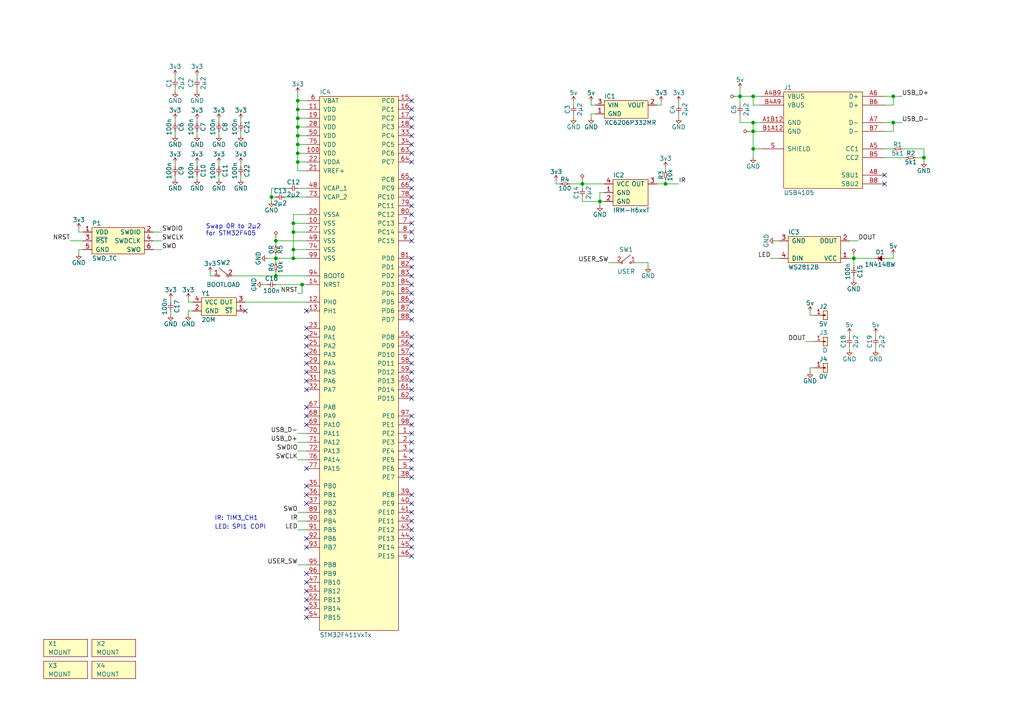
<source format=kicad_sch>
(kicad_sch (version 20230121) (generator eeschema)
  (paper "A4")
  (title_block (title "LEDEAF Driver PCB") (date "2021-05-23") (rev "1") (comment 1 "Drawn By: AG"))
  (lib_symbols
    (symbol "ael:C" (pin_numbers hide) (pin_names (offset 1.016) hide)
      (property "Reference" "C" (at 1.27 1.778 0))
      (property "Value" "C" (at 1.27 -1.778 0))
      (symbol "C_0_1"
        (polyline (pts (xy 1.016 0.762) (xy 1.016 -0.762)))
        (polyline (pts (xy 1.524 0.762) (xy 1.524 -0.762)))
      )
      (symbol "C_1_1"
        (pin passive line (at 0 0 0) (length 1.016) (name "~") (number "1"))
        (pin passive line (at 2.54 0 180) (length 1.016) (name "~") (number "2"))
      )
    )
    (symbol "ael:CONN_01x01" (pin_names (offset 0.0254) hide)
      (property "Reference" "J" (at -1.27 2.54 0))
      (property "Value" "CONN_01x01" (at -1.27 -2.54 0))
      (symbol "CONN_01x01_0_1"
        (rectangle (start 0 0.127) (end -0.635 -0.127) (fill (type outline)))
        (rectangle (start 0 1.27) (end -1.27 -1.27) (fill (type background)))
      )
      (symbol "CONN_01x01_1_1"
        (pin passive line (at 2.54 0 180) (length 2.54) (name "1") (number "1"))
      )
    )
    (symbol "ael:MCP1700" (pin_names (offset 1.016))
      (property "Reference" "IC" (at -5.08 2.54 0))
      (property "Value" "MCP1700" (at -5.08 -5.08 0))
      (symbol "MCP1700_0_1"
        (rectangle (start -5.08 1.27) (end 7.62 -3.81) (fill (type background)))
      )
      (symbol "MCP1700_1_1"
        (pin power_in line (at -7.62 -2.54 0) (length 2.54) (name "GND") (number "1"))
        (pin power_out line (at 10.16 0 180) (length 2.54) (name "VOUT") (number "2"))
        (pin power_in line (at -7.62 0 0) (length 2.54) (name "VIN") (number "3"))
      )
    )
    (symbol "ael:R" (pin_numbers hide) (pin_names (offset 1.016) hide)
      (property "Reference" "R" (at 1.27 1.27 0))
      (property "Value" "R" (at 1.27 -1.27 0))
      (symbol "R_0_1"
        (rectangle (start 0.508 0.254) (end 2.032 -0.254) (fill (type background)))
      )
      (symbol "R_1_1"
        (pin passive line (at 0 0 0) (length 0.508) (name "~") (number "1"))
        (pin passive line (at 2.54 0 180) (length 0.508) (name "~") (number "2"))
      )
    )
    (symbol "ael:TCXO_ST" (pin_names (offset 1.016))
      (property "Reference" "Y" (at -5.08 2.54 0))
      (property "Value" "TCXO_ST" (at -5.08 -5.08 0))
      (symbol "TCXO_ST_0_1"
        (rectangle (start -5.08 1.27) (end 5.08 -3.81) (fill (type background)))
      )
      (symbol "TCXO_ST_1_1"
        (pin input line (at 7.62 -2.54 180) (length 2.54) (name "~{ST}") (number "1"))
        (pin power_in line (at -7.62 -2.54 0) (length 2.54) (name "GND") (number "2"))
        (pin output line (at 7.62 0 180) (length 2.54) (name "OUT") (number "3"))
        (pin power_in line (at -7.62 0 0) (length 2.54) (name "VCC") (number "4"))
      )
    )
    (symbol "ael:WS2812B" (pin_names (offset 1.016))
      (property "Reference" "IC" (at -7.62 5.08 0))
      (property "Value" "WS2812B" (at -7.62 -5.08 0))
      (symbol "WS2812B_0_0"
        (pin power_in line (at 10.16 -2.54 180) (length 2.54) (name "VCC") (number "1"))
        (pin output line (at 10.16 2.54 180) (length 2.54) (name "DOUT") (number "2"))
        (pin power_in line (at -10.16 2.54 0) (length 2.54) (name "GND") (number "3"))
        (pin input line (at -10.16 -2.54 0) (length 2.54) (name "DIN") (number "4"))
      )
      (symbol "WS2812B_0_1"
        (rectangle (start -7.62 3.81) (end 7.62 -3.81) (fill (type background)))
      )
    )
    (symbol "agg:3v3" (power) (pin_numbers hide) (pin_names (offset 1.016) hide)
      (property "Value" "3v3" (at 0 2.286 0))
      (symbol "3v3_0_1"
        (polyline (pts (xy 0 1.27) (xy 0.508 0.508)))
        (polyline (pts (xy 0 0) (xy 0 1.27) (xy -0.508 0.508)))
      )
      (symbol "3v3_1_1"
        (pin power_in line (at 0 0 180) (length 0) hide (name "3v3") (number "1"))
      )
    )
    (symbol "agg:5v" (power) (pin_numbers hide) (pin_names (offset 1.016) hide)
      (property "Value" "5v" (at 0 2.286 0))
      (symbol "5v_0_1"
        (polyline (pts (xy 0 1.27) (xy 0.508 0.508)))
        (polyline (pts (xy 0 0) (xy 0 1.27) (xy -0.508 0.508)))
      )
      (symbol "5v_1_1"
        (pin power_in line (at 0 0 180) (length 0) hide (name "5v") (number "1"))
      )
    )
    (symbol "agg:D" (pin_numbers hide) (pin_names (offset 1.016) hide)
      (property "Reference" "D" (at 1.27 1.778 0))
      (property "Value" "D" (at 1.27 -1.778 0))
      (symbol "D_0_1"
        (polyline (pts (xy 0.762 0.762) (xy 0.762 -0.762)))
        (polyline (pts (xy 1.778 0.762) (xy 0.762 0) (xy 1.778 -0.762) (xy 1.778 0.762)) (fill (type outline)))
      )
      (symbol "D_1_1"
        (pin passive line (at 0 0 0) (length 0.762) (name "~") (number "1"))
        (pin passive line (at 2.54 0 180) (length 0.762) (name "~") (number "2"))
      )
    )
    (symbol "agg:GND" (power) (pin_numbers hide) (pin_names (offset 1.016) hide)
      (property "Value" "GND" (at 0 -2.54 0))
      (symbol "GND_0_1"
        (polyline (pts (xy 0 0) (xy 0 -0.762)))
        (polyline (pts (xy -0.762 -0.762) (xy 0.762 -0.762) (xy 0 -1.524) (xy -0.762 -0.762)) (fill (type background)))
      )
      (symbol "GND_1_1"
        (pin power_in line (at 0 0 180) (length 0) hide (name "GND") (number "1"))
      )
    )
    (symbol "agg:IRM-H6xxT" (pin_names (offset 1.016))
      (property "Reference" "IC" (at -5.08 5.08 0))
      (property "Value" "IRM-H6xxT" (at -5.08 -5.08 0))
      (symbol "IRM-H6xxT_0_0"
        (pin power_in line (at -7.62 0 0) (length 2.54) (name "GND") (number "1"))
        (pin power_in line (at -7.62 -2.54 0) (length 2.54) (name "GND") (number "2"))
        (pin output line (at 7.62 2.54 180) (length 2.54) (name "OUT") (number "3"))
        (pin power_in line (at -7.62 2.54 0) (length 2.54) (name "VCC") (number "4"))
      )
      (symbol "IRM-H6xxT_0_1"
        (rectangle (start -5.08 3.81) (end 5.08 -3.81) (fill (type background)))
      )
    )
    (symbol "agg:PART" (pin_names (offset 1.016))
      (property "Reference" "X" (at 1.27 2.54 0))
      (property "Value" "PART" (at 1.27 0 0))
      (symbol "PART_0_1"
        (rectangle (start 0 3.81) (end 12.7 -1.27) (fill (type background)))
      )
    )
    (symbol "agg:PWR" (power) (pin_numbers hide) (pin_names (offset 1.016) hide)
      (property "Value" "PWR" (at 0 2.286 0))
      (symbol "PWR_0_1"
        (polyline (pts (xy 0 0.508) (xy -0.508 1.016) (xy 0 1.524) (xy 0.508 1.016) (xy 0 0.508)) (fill (type background)))
      )
      (symbol "PWR_1_1"
        (pin power_out line (at 0 0 90) (length 0.508) (name "pwr") (number "1"))
      )
    )
    (symbol "agg:STM32F411VxTx" (pin_names (offset 1.016))
      (property "Reference" "IC" (at -11.43 78.74 0))
      (property "Value" "STM32F411VxTx" (at -11.43 -78.74 0))
      (symbol "STM32F411VxTx_0_0"
        (pin bidirectional line (at 15.24 -20.32 180) (length 3.81) (name "PE2") (number "1"))
        (pin power_in line (at -15.24 40.64 0) (length 3.81) (name "VSS") (number "10"))
        (pin power_in line (at -15.24 60.96 0) (length 3.81) (name "VDD") (number "100"))
        (pin power_in line (at -15.24 73.66 0) (length 3.81) (name "VDD") (number "11"))
        (pin bidirectional line (at -15.24 17.78 0) (length 3.81) (name "PH0") (number "12"))
        (pin bidirectional line (at -15.24 15.24 0) (length 3.81) (name "PH1") (number "13"))
        (pin input line (at -15.24 22.86 0) (length 3.81) (name "NRST") (number "14"))
        (pin bidirectional line (at 15.24 76.2 180) (length 3.81) (name "PC0") (number "15"))
        (pin bidirectional line (at 15.24 73.66 180) (length 3.81) (name "PC1") (number "16"))
        (pin bidirectional line (at 15.24 71.12 180) (length 3.81) (name "PC2") (number "17"))
        (pin bidirectional line (at 15.24 68.58 180) (length 3.81) (name "PC3") (number "18"))
        (pin power_in line (at -15.24 71.12 0) (length 3.81) (name "VDD") (number "19"))
        (pin bidirectional line (at 15.24 -22.86 180) (length 3.81) (name "PE3") (number "2"))
        (pin power_in line (at -15.24 43.18 0) (length 3.81) (name "VSSA") (number "20"))
        (pin power_in line (at -15.24 55.88 0) (length 3.81) (name "VREF+") (number "21"))
        (pin power_in line (at -15.24 58.42 0) (length 3.81) (name "VDDA") (number "22"))
        (pin bidirectional line (at -15.24 10.16 0) (length 3.81) (name "PA0") (number "23"))
        (pin bidirectional line (at -15.24 7.62 0) (length 3.81) (name "PA1") (number "24"))
        (pin bidirectional line (at -15.24 5.08 0) (length 3.81) (name "PA2") (number "25"))
        (pin bidirectional line (at -15.24 2.54 0) (length 3.81) (name "PA3") (number "26"))
        (pin power_in line (at -15.24 38.1 0) (length 3.81) (name "VSS") (number "27"))
        (pin power_in line (at -15.24 68.58 0) (length 3.81) (name "VDD") (number "28"))
        (pin bidirectional line (at -15.24 0 0) (length 3.81) (name "PA4") (number "29"))
        (pin bidirectional line (at 15.24 -25.4 180) (length 3.81) (name "PE4") (number "3"))
        (pin bidirectional line (at -15.24 -2.54 0) (length 3.81) (name "PA5") (number "30"))
        (pin bidirectional line (at -15.24 -5.08 0) (length 3.81) (name "PA6") (number "31"))
        (pin bidirectional line (at -15.24 -7.62 0) (length 3.81) (name "PA7") (number "32"))
        (pin bidirectional line (at 15.24 66.04 180) (length 3.81) (name "PC4") (number "33"))
        (pin bidirectional line (at 15.24 63.5 180) (length 3.81) (name "PC5") (number "34"))
        (pin bidirectional line (at -15.24 -35.56 0) (length 3.81) (name "PB0") (number "35"))
        (pin bidirectional line (at -15.24 -38.1 0) (length 3.81) (name "PB1") (number "36"))
        (pin bidirectional line (at -15.24 -40.64 0) (length 3.81) (name "PB2") (number "37"))
        (pin bidirectional line (at 15.24 -33.02 180) (length 3.81) (name "PE7") (number "38"))
        (pin bidirectional line (at 15.24 -38.1 180) (length 3.81) (name "PE8") (number "39"))
        (pin bidirectional line (at 15.24 -27.94 180) (length 3.81) (name "PE5") (number "4"))
        (pin bidirectional line (at 15.24 -40.64 180) (length 3.81) (name "PE9") (number "40"))
        (pin bidirectional line (at 15.24 -43.18 180) (length 3.81) (name "PE10") (number "41"))
        (pin bidirectional line (at 15.24 -45.72 180) (length 3.81) (name "PE11") (number "42"))
        (pin bidirectional line (at 15.24 -48.26 180) (length 3.81) (name "PE12") (number "43"))
        (pin bidirectional line (at 15.24 -50.8 180) (length 3.81) (name "PE13") (number "44"))
        (pin bidirectional line (at 15.24 -53.34 180) (length 3.81) (name "PE14") (number "45"))
        (pin bidirectional line (at 15.24 -55.88 180) (length 3.81) (name "PE15") (number "46"))
        (pin bidirectional line (at -15.24 -63.5 0) (length 3.81) (name "PB10") (number "47"))
        (pin passive line (at -15.24 50.8 0) (length 3.81) (name "VCAP_1") (number "48"))
        (pin power_in line (at -15.24 35.56 0) (length 3.81) (name "VSS") (number "49"))
        (pin bidirectional line (at 15.24 -30.48 180) (length 3.81) (name "PE6") (number "5"))
        (pin power_in line (at -15.24 66.04 0) (length 3.81) (name "VDD") (number "50"))
        (pin bidirectional line (at -15.24 -66.04 0) (length 3.81) (name "PB12") (number "51"))
        (pin bidirectional line (at -15.24 -68.58 0) (length 3.81) (name "PB13") (number "52"))
        (pin bidirectional line (at -15.24 -71.12 0) (length 3.81) (name "PB14") (number "53"))
        (pin bidirectional line (at -15.24 -73.66 0) (length 3.81) (name "PB15") (number "54"))
        (pin bidirectional line (at 15.24 7.62 180) (length 3.81) (name "PD8") (number "55"))
        (pin bidirectional line (at 15.24 5.08 180) (length 3.81) (name "PD9") (number "56"))
        (pin bidirectional line (at 15.24 2.54 180) (length 3.81) (name "PD10") (number "57"))
        (pin bidirectional line (at 15.24 0 180) (length 3.81) (name "PD11") (number "58"))
        (pin bidirectional line (at 15.24 -2.54 180) (length 3.81) (name "PD12") (number "59"))
        (pin power_in line (at -15.24 76.2 0) (length 3.81) (name "VBAT") (number "6"))
        (pin bidirectional line (at 15.24 -5.08 180) (length 3.81) (name "PD13") (number "60"))
        (pin bidirectional line (at 15.24 -7.62 180) (length 3.81) (name "PD14") (number "61"))
        (pin bidirectional line (at 15.24 -10.16 180) (length 3.81) (name "PD15") (number "62"))
        (pin bidirectional line (at 15.24 60.96 180) (length 3.81) (name "PC6") (number "63"))
        (pin bidirectional line (at 15.24 58.42 180) (length 3.81) (name "PC7") (number "64"))
        (pin bidirectional line (at 15.24 53.34 180) (length 3.81) (name "PC8") (number "65"))
        (pin bidirectional line (at 15.24 50.8 180) (length 3.81) (name "PC9") (number "66"))
        (pin bidirectional line (at -15.24 -12.7 0) (length 3.81) (name "PA8") (number "67"))
        (pin bidirectional line (at -15.24 -15.24 0) (length 3.81) (name "PA9") (number "68"))
        (pin bidirectional line (at -15.24 -17.78 0) (length 3.81) (name "PA10") (number "69"))
        (pin bidirectional line (at 15.24 40.64 180) (length 3.81) (name "PC13") (number "7"))
        (pin bidirectional line (at -15.24 -20.32 0) (length 3.81) (name "PA11") (number "70"))
        (pin bidirectional line (at -15.24 -22.86 0) (length 3.81) (name "PA12") (number "71"))
        (pin bidirectional line (at -15.24 -25.4 0) (length 3.81) (name "PA13") (number "72"))
        (pin passive line (at -15.24 48.26 0) (length 3.81) (name "VCAP_2") (number "73"))
        (pin power_in line (at -15.24 33.02 0) (length 3.81) (name "VSS") (number "74"))
        (pin power_in line (at -15.24 63.5 0) (length 3.81) (name "VDD") (number "75"))
        (pin bidirectional line (at -15.24 -27.94 0) (length 3.81) (name "PA14") (number "76"))
        (pin bidirectional line (at -15.24 -30.48 0) (length 3.81) (name "PA15") (number "77"))
        (pin bidirectional line (at 15.24 48.26 180) (length 3.81) (name "PC10") (number "78"))
        (pin bidirectional line (at 15.24 45.72 180) (length 3.81) (name "PC11") (number "79"))
        (pin bidirectional line (at 15.24 38.1 180) (length 3.81) (name "PC14") (number "8"))
        (pin bidirectional line (at 15.24 43.18 180) (length 3.81) (name "PC12") (number "80"))
        (pin bidirectional line (at 15.24 30.48 180) (length 3.81) (name "PD0") (number "81"))
        (pin bidirectional line (at 15.24 27.94 180) (length 3.81) (name "PD1") (number "82"))
        (pin bidirectional line (at 15.24 25.4 180) (length 3.81) (name "PD2") (number "83"))
        (pin bidirectional line (at 15.24 22.86 180) (length 3.81) (name "PD3") (number "84"))
        (pin bidirectional line (at 15.24 20.32 180) (length 3.81) (name "PD4") (number "85"))
        (pin bidirectional line (at 15.24 17.78 180) (length 3.81) (name "PD5") (number "86"))
        (pin bidirectional line (at 15.24 15.24 180) (length 3.81) (name "PD6") (number "87"))
        (pin bidirectional line (at 15.24 12.7 180) (length 3.81) (name "PD7") (number "88"))
        (pin bidirectional line (at -15.24 -43.18 0) (length 3.81) (name "PB3") (number "89"))
        (pin bidirectional line (at 15.24 35.56 180) (length 3.81) (name "PC15") (number "9"))
        (pin bidirectional line (at -15.24 -45.72 0) (length 3.81) (name "PB4") (number "90"))
        (pin bidirectional line (at -15.24 -48.26 0) (length 3.81) (name "PB5") (number "91"))
        (pin bidirectional line (at -15.24 -50.8 0) (length 3.81) (name "PB6") (number "92"))
        (pin bidirectional line (at -15.24 -53.34 0) (length 3.81) (name "PB7") (number "93"))
        (pin input line (at -15.24 25.4 0) (length 3.81) (name "BOOT0") (number "94"))
        (pin bidirectional line (at -15.24 -58.42 0) (length 3.81) (name "PB8") (number "95"))
        (pin bidirectional line (at -15.24 -60.96 0) (length 3.81) (name "PB9") (number "96"))
        (pin bidirectional line (at 15.24 -15.24 180) (length 3.81) (name "PE0") (number "97"))
        (pin bidirectional line (at 15.24 -17.78 180) (length 3.81) (name "PE1") (number "98"))
        (pin power_in line (at -15.24 30.48 0) (length 3.81) (name "VSS") (number "99"))
      )
      (symbol "STM32F411VxTx_0_1"
        (rectangle (start -11.43 77.47) (end 11.43 -77.47) (fill (type background)))
      )
    )
    (symbol "agg:SWD_TC" (pin_names (offset 1.016))
      (property "Reference" "P" (at -7.62 5.08 0))
      (property "Value" "SWD_TC" (at -7.62 -5.08 0))
      (symbol "SWD_TC_0_1"
        (rectangle (start -7.62 3.81) (end 7.62 -3.81) (fill (type background)))
      )
      (symbol "SWD_TC_1_1"
        (pin power_in line (at -10.16 2.54 0) (length 2.54) (name "VDD") (number "1"))
        (pin bidirectional line (at 10.16 2.54 180) (length 2.54) (name "SWDIO") (number "2"))
        (pin open_collector line (at -10.16 0 0) (length 2.54) (name "~{RST}") (number "3"))
        (pin output line (at 10.16 0 180) (length 2.54) (name "SWDCLK") (number "4"))
        (pin power_in line (at -10.16 -2.54 0) (length 2.54) (name "GND") (number "5"))
        (pin input line (at 10.16 -2.54 180) (length 2.54) (name "SWO") (number "6"))
      )
    )
    (symbol "agg:SWITCH_SPST" (pin_names (offset 0.0254) hide)
      (property "Reference" "SW" (at 0 3.81 0))
      (property "Value" "SWITCH_SPST" (at 0 -2.54 0))
      (symbol "SWITCH_SPST_1_1"
        (circle (center -1.27 0) (radius 0.254))
        (polyline (pts (xy -1.27 0.254) (xy 1.27 2.286)))
        (circle (center 1.27 0) (radius 0.254))
        (pin passive line (at 2.54 0 180) (length 1.016) (name "\"~{\"}") (number "1"))
        (pin passive line (at -2.54 0 0) (length 1.016) (name "\"~{\"}") (number "2"))
      )
    )
    (symbol "agg:USB4105" (pin_names (offset 1.016))
      (property "Reference" "J" (at -11.43 15.24 0))
      (property "Value" "USB4105" (at -11.43 -15.24 0))
      (symbol "USB4105_0_0"
        (pin passive line (at -17.78 5.08 0) (length 6.35) (name "GND") (number "A1B12"))
        (pin passive line (at -17.78 12.7 0) (length 6.35) (name "VBUS") (number "A4B9"))
        (pin passive line (at 17.78 -2.54 180) (length 6.35) (name "CC1") (number "A5"))
        (pin passive line (at 17.78 12.7 180) (length 6.35) (name "D+") (number "A6"))
        (pin passive line (at 17.78 5.08 180) (length 6.35) (name "D-") (number "A7"))
        (pin passive line (at 17.78 -10.16 180) (length 6.35) (name "SBU1") (number "A8"))
        (pin passive line (at -17.78 2.54 0) (length 6.35) (name "GND") (number "B1A12"))
        (pin passive line (at -17.78 10.16 0) (length 6.35) (name "VBUS") (number "B4A9"))
        (pin passive line (at 17.78 -5.08 180) (length 6.35) (name "CC2") (number "B5"))
        (pin passive line (at 17.78 10.16 180) (length 6.35) (name "D+") (number "B6"))
        (pin passive line (at 17.78 2.54 180) (length 6.35) (name "D-") (number "B7"))
        (pin passive line (at 17.78 -12.7 180) (length 6.35) (name "SBU2") (number "B8"))
        (pin passive line (at -17.78 -2.54 0) (length 6.35) (name "SHIELD") (number "S"))
      )
      (symbol "USB4105_0_1"
        (rectangle (start -11.43 13.97) (end 11.43 -13.97) (fill (type background)))
      )
    )
  )
  (junction (at 267.97 45.72) (diameter 0.9144))
  (junction (at 78.74 57.15) (diameter 0.9144))
  (junction (at 80.01 80.01) (diameter 0.9144))
  (junction (at 85.09 67.31) (diameter 0.9144))
  (junction (at 86.36 36.83) (diameter 0.9144))
  (junction (at 86.36 39.37) (diameter 0.9144))
  (junction (at 85.09 72.39) (diameter 0.9144))
  (junction (at 80.01 69.85) (diameter 0.9144))
  (junction (at 259.08 35.56) (diameter 0.9144))
  (junction (at 85.09 64.77) (diameter 0.9144))
  (junction (at 86.36 31.75) (diameter 0.9144))
  (junction (at 247.65 74.93) (diameter 0.9144))
  (junction (at 86.36 41.91) (diameter 0.9144))
  (junction (at 86.36 44.45) (diameter 0.9144))
  (junction (at 173.99 58.42) (diameter 0.9144))
  (junction (at 80.01 74.93) (diameter 0.9144))
  (junction (at 218.44 38.1) (diameter 0.9144))
  (junction (at 218.44 27.94) (diameter 0.9144))
  (junction (at 214.63 27.94) (diameter 0.9144))
  (junction (at 86.36 34.29) (diameter 0.9144))
  (junction (at 259.08 27.94) (diameter 0.9144))
  (junction (at 168.91 53.34) (diameter 0.9144))
  (junction (at 218.44 35.56) (diameter 0.9144))
  (junction (at 218.44 43.18) (diameter 0.9144))
  (junction (at 193.04 53.34) (diameter 0.9144))
  (junction (at 85.09 74.93) (diameter 0.9144))
  (junction (at 86.36 29.21) (diameter 0.9144))
  (junction (at 86.36 46.99) (diameter 0.9144))
  (junction (at 87.63 82.55) (diameter 0.9144))
  (no_connect (at 88.9 179.07))
  (no_connect (at 119.38 97.79))
  (no_connect (at 88.9 102.87))
  (no_connect (at 88.9 105.41))
  (no_connect (at 88.9 107.95))
  (no_connect (at 88.9 110.49))
  (no_connect (at 88.9 113.03))
  (no_connect (at 88.9 120.65))
  (no_connect (at 88.9 123.19))
  (no_connect (at 88.9 135.89))
  (no_connect (at 88.9 140.97))
  (no_connect (at 88.9 143.51))
  (no_connect (at 88.9 146.05))
  (no_connect (at 88.9 90.17))
  (no_connect (at 88.9 168.91))
  (no_connect (at 119.38 153.67))
  (no_connect (at 119.38 59.69))
  (no_connect (at 119.38 113.03))
  (no_connect (at 119.38 146.05))
  (no_connect (at 119.38 102.87))
  (no_connect (at 119.38 110.49))
  (no_connect (at 71.12 90.17))
  (no_connect (at 119.38 125.73))
  (no_connect (at 119.38 69.85))
  (no_connect (at 119.38 74.93))
  (no_connect (at 256.54 53.34))
  (no_connect (at 119.38 80.01))
  (no_connect (at 88.9 173.99))
  (no_connect (at 119.38 31.75))
  (no_connect (at 119.38 67.31))
  (no_connect (at 119.38 90.17))
  (no_connect (at 119.38 158.75))
  (no_connect (at 119.38 39.37))
  (no_connect (at 119.38 57.15))
  (no_connect (at 119.38 156.21))
  (no_connect (at 119.38 46.99))
  (no_connect (at 119.38 120.65))
  (no_connect (at 88.9 97.79))
  (no_connect (at 119.38 92.71))
  (no_connect (at 88.9 118.11))
  (no_connect (at 119.38 100.33))
  (no_connect (at 119.38 87.63))
  (no_connect (at 119.38 36.83))
  (no_connect (at 88.9 95.25))
  (no_connect (at 88.9 156.21))
  (no_connect (at 88.9 158.75))
  (no_connect (at 119.38 128.27))
  (no_connect (at 119.38 62.23))
  (no_connect (at 119.38 34.29))
  (no_connect (at 88.9 176.53))
  (no_connect (at 88.9 166.37))
  (no_connect (at 119.38 151.13))
  (no_connect (at 119.38 52.07))
  (no_connect (at 256.54 50.8))
  (no_connect (at 119.38 105.41))
  (no_connect (at 119.38 107.95))
  (no_connect (at 119.38 64.77))
  (no_connect (at 119.38 130.81))
  (no_connect (at 119.38 161.29))
  (no_connect (at 88.9 171.45))
  (no_connect (at 119.38 135.89))
  (no_connect (at 119.38 77.47))
  (no_connect (at 119.38 123.19))
  (no_connect (at 119.38 133.35))
  (no_connect (at 119.38 82.55))
  (no_connect (at 88.9 100.33))
  (no_connect (at 119.38 54.61))
  (no_connect (at 119.38 85.09))
  (no_connect (at 119.38 41.91))
  (no_connect (at 119.38 44.45))
  (no_connect (at 119.38 138.43))
  (no_connect (at 119.38 143.51))
  (no_connect (at 119.38 115.57))
  (no_connect (at 119.38 148.59))
  (no_connect (at 119.38 29.21))
  (wire (pts (xy 247.65 73.66) (xy 247.65 74.93)))
  (wire (pts (xy 80.01 74.93) (xy 80.01 76.2)))
  (wire (pts (xy 86.36 41.91) (xy 88.9 41.91)))
  (wire (pts (xy 57.15 38.1) (xy 57.15 39.37)))
  (wire (pts (xy 69.85 50.8) (xy 69.85 52.07)))
  (wire (pts (xy 196.85 33.02) (xy 196.85 34.29)))
  (wire (pts (xy 256.54 35.56) (xy 259.08 35.56)))
  (wire (pts (xy 259.08 35.56) (xy 261.62 35.56)))
  (wire (pts (xy 22.86 72.39) (xy 24.13 72.39)))
  (wire (pts (xy 22.86 73.66) (xy 22.86 72.39)))
  (wire (pts (xy 218.44 30.48) (xy 218.44 27.94)))
  (wire (pts (xy 220.98 30.48) (xy 218.44 30.48)))
  (wire (pts (xy 86.36 153.67) (xy 88.9 153.67)))
  (wire (pts (xy 60.96 78.74) (xy 60.96 80.01)))
  (wire (pts (xy 60.96 80.01) (xy 62.23 80.01)))
  (wire (pts (xy 78.74 54.61) (xy 83.82 54.61)))
  (wire (pts (xy 78.74 57.15) (xy 78.74 54.61)))
  (wire (pts (xy 86.36 29.21) (xy 88.9 29.21)))
  (wire (pts (xy 85.09 62.23) (xy 85.09 64.77)))
  (wire (pts (xy 88.9 62.23) (xy 85.09 62.23)))
  (wire (pts (xy 86.36 151.13) (xy 88.9 151.13)))
  (wire (pts (xy 168.91 57.15) (xy 168.91 58.42)))
  (wire (pts (xy 168.91 58.42) (xy 173.99 58.42)))
  (wire (pts (xy 50.8 50.8) (xy 50.8 52.07)))
  (wire (pts (xy 247.65 80.01) (xy 247.65 81.28)))
  (wire (pts (xy 193.04 48.26) (xy 193.04 49.53)))
  (wire (pts (xy 76.2 82.55) (xy 77.47 82.55)))
  (wire (pts (xy 86.36 26.67) (xy 86.36 29.21)))
  (wire (pts (xy 86.36 29.21) (xy 86.36 31.75)))
  (wire (pts (xy 86.36 31.75) (xy 86.36 34.29)))
  (wire (pts (xy 86.36 34.29) (xy 86.36 36.83)))
  (wire (pts (xy 86.36 36.83) (xy 86.36 39.37)))
  (wire (pts (xy 86.36 39.37) (xy 86.36 41.91)))
  (wire (pts (xy 86.36 41.91) (xy 86.36 44.45)))
  (wire (pts (xy 86.36 44.45) (xy 86.36 46.99)))
  (wire (pts (xy 86.36 46.99) (xy 86.36 49.53)))
  (wire (pts (xy 86.36 49.53) (xy 88.9 49.53)))
  (wire (pts (xy 78.74 57.15) (xy 80.01 57.15)))
  (wire (pts (xy 78.74 58.42) (xy 78.74 57.15)))
  (wire (pts (xy 234.95 106.68) (xy 236.22 106.68)))
  (wire (pts (xy 234.95 107.95) (xy 234.95 106.68)))
  (wire (pts (xy 49.53 86.36) (xy 49.53 87.63)))
  (wire (pts (xy 86.36 39.37) (xy 88.9 39.37)))
  (wire (pts (xy 246.38 100.33) (xy 246.38 101.6)))
  (wire (pts (xy 54.61 86.36) (xy 54.61 87.63)))
  (wire (pts (xy 54.61 87.63) (xy 55.88 87.63)))
  (wire (pts (xy 256.54 27.94) (xy 259.08 27.94)))
  (wire (pts (xy 259.08 27.94) (xy 261.62 27.94)))
  (wire (pts (xy 57.15 34.29) (xy 57.15 35.56)))
  (wire (pts (xy 254 96.52) (xy 254 97.79)))
  (wire (pts (xy 86.36 130.81) (xy 88.9 130.81)))
  (wire (pts (xy 218.44 38.1) (xy 220.98 38.1)))
  (wire (pts (xy 234.95 90.17) (xy 234.95 91.44)))
  (wire (pts (xy 234.95 91.44) (xy 236.22 91.44)))
  (wire (pts (xy 233.68 99.06) (xy 236.22 99.06)))
  (wire (pts (xy 196.85 29.21) (xy 196.85 30.48)))
  (wire (pts (xy 86.36 44.45) (xy 88.9 44.45)))
  (wire (pts (xy 80.01 73.66) (xy 80.01 74.93)))
  (wire (pts (xy 80.01 74.93) (xy 85.09 74.93)))
  (wire (pts (xy 20.32 69.85) (xy 24.13 69.85)))
  (wire (pts (xy 246.38 74.93) (xy 247.65 74.93)))
  (wire (pts (xy 247.65 74.93) (xy 254 74.93)))
  (wire (pts (xy 256.54 45.72) (xy 262.89 45.72)))
  (wire (pts (xy 77.47 74.93) (xy 80.01 74.93)))
  (wire (pts (xy 86.36 46.99) (xy 88.9 46.99)))
  (wire (pts (xy 50.8 38.1) (xy 50.8 39.37)))
  (wire (pts (xy 63.5 34.29) (xy 63.5 35.56)))
  (wire (pts (xy 57.15 50.8) (xy 57.15 52.07)))
  (wire (pts (xy 265.43 45.72) (xy 267.97 45.72)))
  (wire (pts (xy 267.97 45.72) (xy 267.97 46.99)))
  (wire (pts (xy 71.12 87.63) (xy 88.9 87.63)))
  (wire (pts (xy 218.44 35.56) (xy 220.98 35.56)))
  (wire (pts (xy 218.44 38.1) (xy 218.44 35.56)))
  (wire (pts (xy 218.44 43.18) (xy 218.44 38.1)))
  (wire (pts (xy 184.15 76.2) (xy 187.96 76.2)))
  (wire (pts (xy 187.96 76.2) (xy 187.96 77.47)))
  (wire (pts (xy 86.36 34.29) (xy 88.9 34.29)))
  (wire (pts (xy 86.36 163.83) (xy 88.9 163.83)))
  (wire (pts (xy 214.63 25.4) (xy 214.63 27.94)))
  (wire (pts (xy 261.62 43.18) (xy 267.97 43.18)))
  (wire (pts (xy 267.97 43.18) (xy 267.97 45.72)))
  (wire (pts (xy 69.85 38.1) (xy 69.85 39.37)))
  (wire (pts (xy 168.91 53.34) (xy 175.26 53.34)))
  (wire (pts (xy 168.91 54.61) (xy 168.91 53.34)))
  (wire (pts (xy 191.77 29.21) (xy 191.77 30.48)))
  (wire (pts (xy 191.77 30.48) (xy 190.5 30.48)))
  (wire (pts (xy 161.29 52.07) (xy 161.29 53.34)))
  (wire (pts (xy 161.29 53.34) (xy 162.56 53.34)))
  (wire (pts (xy 171.45 29.21) (xy 171.45 30.48)))
  (wire (pts (xy 171.45 30.48) (xy 172.72 30.48)))
  (wire (pts (xy 57.15 21.59) (xy 57.15 22.86)))
  (wire (pts (xy 50.8 25.4) (xy 50.8 26.67)))
  (wire (pts (xy 86.36 128.27) (xy 88.9 128.27)))
  (wire (pts (xy 86.36 148.59) (xy 88.9 148.59)))
  (wire (pts (xy 246.38 69.85) (xy 248.92 69.85)))
  (wire (pts (xy 171.45 33.02) (xy 172.72 33.02)))
  (wire (pts (xy 86.36 133.35) (xy 88.9 133.35)))
  (wire (pts (xy 86.36 125.73) (xy 88.9 125.73)))
  (wire (pts (xy 50.8 46.99) (xy 50.8 48.26)))
  (wire (pts (xy 80.01 82.55) (xy 87.63 82.55)))
  (wire (pts (xy 87.63 82.55) (xy 88.9 82.55)))
  (wire (pts (xy 80.01 69.85) (xy 80.01 71.12)))
  (wire (pts (xy 88.9 69.85) (xy 80.01 69.85)))
  (wire (pts (xy 85.09 64.77) (xy 85.09 67.31)))
  (wire (pts (xy 88.9 64.77) (xy 85.09 64.77)))
  (wire (pts (xy 63.5 38.1) (xy 63.5 39.37)))
  (wire (pts (xy 223.52 74.93) (xy 226.06 74.93)))
  (wire (pts (xy 171.45 33.02) (xy 171.45 34.29)))
  (wire (pts (xy 86.36 54.61) (xy 88.9 54.61)))
  (wire (pts (xy 85.09 74.93) (xy 88.9 74.93)))
  (wire (pts (xy 44.45 67.31) (xy 46.99 67.31)))
  (wire (pts (xy 246.38 96.52) (xy 246.38 97.79)))
  (wire (pts (xy 69.85 46.99) (xy 69.85 48.26)))
  (wire (pts (xy 85.09 72.39) (xy 88.9 72.39)))
  (wire (pts (xy 85.09 74.93) (xy 85.09 72.39)))
  (wire (pts (xy 57.15 46.99) (xy 57.15 48.26)))
  (wire (pts (xy 57.15 25.4) (xy 57.15 26.67)))
  (wire (pts (xy 82.55 57.15) (xy 88.9 57.15)))
  (wire (pts (xy 86.36 31.75) (xy 88.9 31.75)))
  (wire (pts (xy 63.5 46.99) (xy 63.5 48.26)))
  (wire (pts (xy 256.54 30.48) (xy 259.08 30.48)))
  (wire (pts (xy 259.08 27.94) (xy 259.08 30.48)))
  (wire (pts (xy 176.53 76.2) (xy 179.07 76.2)))
  (wire (pts (xy 44.45 72.39) (xy 46.99 72.39)))
  (wire (pts (xy 22.86 66.04) (xy 22.86 67.31)))
  (wire (pts (xy 22.86 67.31) (xy 24.13 67.31)))
  (wire (pts (xy 69.85 34.29) (xy 69.85 35.56)))
  (wire (pts (xy 166.37 29.21) (xy 166.37 30.48)))
  (wire (pts (xy 256.54 74.93) (xy 259.08 74.93)))
  (wire (pts (xy 259.08 74.93) (xy 259.08 73.66)))
  (wire (pts (xy 218.44 43.18) (xy 220.98 43.18)))
  (wire (pts (xy 218.44 45.72) (xy 218.44 43.18)))
  (wire (pts (xy 190.5 53.34) (xy 193.04 53.34)))
  (wire (pts (xy 193.04 53.34) (xy 196.85 53.34)))
  (wire (pts (xy 214.63 27.94) (xy 218.44 27.94)))
  (wire (pts (xy 218.44 27.94) (xy 220.98 27.94)))
  (wire (pts (xy 168.91 52.07) (xy 168.91 53.34)))
  (wire (pts (xy 67.31 80.01) (xy 80.01 80.01)))
  (wire (pts (xy 80.01 80.01) (xy 88.9 80.01)))
  (wire (pts (xy 80.01 68.58) (xy 80.01 69.85)))
  (wire (pts (xy 254 100.33) (xy 254 101.6)))
  (wire (pts (xy 256.54 38.1) (xy 259.08 38.1)))
  (wire (pts (xy 259.08 38.1) (xy 259.08 35.56)))
  (wire (pts (xy 49.53 90.17) (xy 49.53 91.44)))
  (wire (pts (xy 213.36 27.94) (xy 214.63 27.94)))
  (wire (pts (xy 50.8 34.29) (xy 50.8 35.56)))
  (wire (pts (xy 63.5 50.8) (xy 63.5 52.07)))
  (wire (pts (xy 85.09 67.31) (xy 85.09 72.39)))
  (wire (pts (xy 88.9 67.31) (xy 85.09 67.31)))
  (wire (pts (xy 224.79 69.85) (xy 226.06 69.85)))
  (wire (pts (xy 214.63 27.94) (xy 214.63 30.48)))
  (wire (pts (xy 173.99 55.88) (xy 175.26 55.88)))
  (wire (pts (xy 173.99 58.42) (xy 173.99 55.88)))
  (wire (pts (xy 173.99 59.69) (xy 173.99 58.42)))
  (wire (pts (xy 44.45 69.85) (xy 46.99 69.85)))
  (wire (pts (xy 193.04 52.07) (xy 193.04 53.34)))
  (wire (pts (xy 50.8 21.59) (xy 50.8 22.86)))
  (wire (pts (xy 256.54 43.18) (xy 259.08 43.18)))
  (wire (pts (xy 166.37 33.02) (xy 166.37 34.29)))
  (wire (pts (xy 173.99 58.42) (xy 175.26 58.42)))
  (wire (pts (xy 54.61 90.17) (xy 55.88 90.17)))
  (wire (pts (xy 54.61 91.44) (xy 54.61 90.17)))
  (wire (pts (xy 86.36 36.83) (xy 88.9 36.83)))
  (wire (pts (xy 86.36 85.09) (xy 87.63 85.09)))
  (wire (pts (xy 87.63 82.55) (xy 87.63 85.09)))
  (wire (pts (xy 247.65 74.93) (xy 247.65 77.47)))
  (wire (pts (xy 80.01 78.74) (xy 80.01 80.01)))
  (wire (pts (xy 165.1 53.34) (xy 168.91 53.34)))
  (wire (pts (xy 214.63 33.02) (xy 214.63 35.56)))
  (wire (pts (xy 214.63 35.56) (xy 218.44 35.56)))
  (wire (pts (xy 217.17 38.1) (xy 218.44 38.1)))
  (text "IR: TIM3_CH1" (at 62.23 151.13 0) (effects (font (size 1.27 1.27)) (justify left bottom)))
  (text "LED: SPI1 COPI" (at 62.23 153.67 0) (effects (font (size 1.27 1.27)) (justify left bottom)))
  (text "Swap 0R to 2µ2\nfor STM32F405" (at 59.69 68.58 0) (effects (font (size 1.27 1.27)) (justify left bottom)))
  (label "USB_D-" (at 261.62 35.56 0))
  (label "USER_SW" (at 86.36 163.83 180))
  (label "SWCLK" (at 46.99 69.85 0))
  (label "LED" (at 223.52 74.93 180))
  (label "USB_D-" (at 86.36 125.73 180))
  (label "SWDIO" (at 86.36 130.81 180))
  (label "USB_D+" (at 86.36 128.27 180))
  (label "SWCLK" (at 86.36 133.35 180))
  (label "DOUT" (at 233.68 99.06 180))
  (label "LED" (at 86.36 153.67 180))
  (label "NRST" (at 20.32 69.85 180))
  (label "IR" (at 86.36 151.13 180))
  (label "USER_SW" (at 176.53 76.2 180))
  (label "SWO" (at 46.99 72.39 0))
  (label "SWO" (at 86.36 148.59 180))
  (label "DOUT" (at 248.92 69.85 0))
  (label "IR" (at 196.85 53.34 0))
  (label "SWDIO" (at 46.99 67.31 0))
  (label "USB_D+" (at 261.62 27.94 0))
  (label "NRST" (at 86.36 85.09 180))
  (symbol (lib_id "agg:GND") (at 69.85 52.07 0) (unit 1)
    (property "Reference" "#PWR057" (effects hide))
    (property "Value" "GND" (at 69.85 54.61 0))
  )
  (symbol (lib_id "agg:GND") (at 234.95 107.95 0) (unit 1)
    (property "Reference" "#PWR053" (effects hide))
    (property "Value" "GND" (at 234.95 110.49 0))
  )
  (symbol (lib_id "ael:C") (at 69.85 35.56 270) (unit 1)
    (property "Reference" "C21" (at 71.628 36.83 0))
    (property "Value" "100n" (at 68.072 36.83 0))
    (property "Footprint" "agg:0402" (effects hide))
    (property "LCSC" "C1525" (effects hide))
  )
  (symbol (lib_id "agg:GND") (at 77.47 74.93 270) (unit 1)
    (property "Reference" "#PWR036" (effects hide))
    (property "Value" "GND" (at 74.93 74.93 0))
  )
  (symbol (lib_id "ael:C") (at 49.53 87.63 270) (unit 1)
    (property "Reference" "C17" (at 51.308 88.9 0))
    (property "Value" "100n" (at 47.752 88.9 0))
    (property "Footprint" "agg:0402" (effects hide))
    (property "LCSC" "C1525" (effects hide))
  )
  (symbol (lib_id "agg:GND") (at 50.8 52.07 0) (unit 1)
    (property "Reference" "#PWR026" (effects hide))
    (property "Value" "GND" (at 50.8 54.61 0))
  )
  (symbol (lib_id "ael:C") (at 50.8 48.26 270) (unit 1)
    (property "Reference" "C9" (at 52.578 49.53 0))
    (property "Value" "100n" (at 49.022 49.53 0))
    (property "Footprint" "agg:0402" (effects hide))
    (property "LCSC" "C1525" (effects hide))
  )
  (symbol (lib_id "agg:GND") (at 173.99 59.69 0) (unit 1)
    (property "Reference" "#PWR031" (effects hide))
    (property "Value" "GND" (at 173.99 62.23 0))
  )
  (symbol (lib_id "agg:IRM-H6xxT") (at 182.88 55.88 0) (unit 1)
    (property "Reference" "IC2" (at 177.8 50.8 0) (effects (justify left)))
    (property "Value" "IRM-H6xxT" (at 177.8 60.96 0) (effects (justify left)))
    (property "Footprint" "agg:IRM-H6XXT" (effects hide))
    (property "Datasheet" "https://datasheet.lcsc.com/szlcsc/2010221806_Everlight-Elec-IRM-H638T-TR2-DX_C390031.pdf" (effects hide))
    (property "LCSC" "C390031" (effects hide))
  )
  (symbol (lib_id "agg:5v") (at 254 96.52 0) (unit 1)
    (property "Reference" "#PWR048" (effects hide))
    (property "Value" "5v" (at 254 94.234 0))
  )
  (symbol (lib_id "agg:GND") (at 224.79 69.85 270) (unit 1)
    (property "Reference" "#PWR033" (effects hide))
    (property "Value" "GND" (at 222.25 69.85 0))
  )
  (symbol (lib_id "ael:MCP1700") (at 180.34 30.48 0) (unit 1)
    (property "Reference" "IC1" (at 175.26 27.94 0) (effects (justify left)))
    (property "Value" "XC6206P332MR" (at 175.26 35.56 0) (effects (justify left)))
    (property "Footprint" "ael:SOT-23" (effects hide))
    (property "Datasheet" "https://datasheet.lcsc.com/szlcsc/Torex-Semicon-XC6206P332MR_C5446.pdf" (effects hide))
    (property "LCSC" "C5446" (effects hide))
  )
  (symbol (lib_id "agg:GND") (at 76.2 82.55 270) (unit 1)
    (property "Reference" "#PWR040" (effects hide))
    (property "Value" "GND" (at 73.66 82.55 0))
  )
  (symbol (lib_id "agg:PWR") (at 80.01 68.58 0) (unit 1)
    (property "Reference" "#FLG0101" (effects hide))
    (property "Value" "PWR" (effects hide))
  )
  (symbol (lib_id "agg:PART") (at 26.67 195.58 0) (unit 1) (in_bom no)
    (property "Reference" "X4" (at 27.94 193.04 0) (effects (justify left)))
    (property "Value" "MOUNT" (at 27.94 195.58 0) (effects (justify left)))
    (property "Footprint" "agg:M3_HOLE" (effects hide))
  )
  (symbol (lib_id "agg:PWR") (at 168.91 52.07 0) (unit 1)
    (property "Reference" "#FLG03" (effects hide))
    (property "Value" "PWR" (effects hide))
  )
  (symbol (lib_id "ael:C") (at 166.37 33.02 90) (unit 1)
    (property "Reference" "C3" (at 164.592 31.75 0))
    (property "Value" "2µ2" (at 168.148 31.75 0))
    (property "Footprint" "agg:0603" (effects hide))
    (property "LCSC" "C23630" (effects hide))
  )
  (symbol (lib_id "agg:3v3") (at 57.15 34.29 0) (unit 1)
    (property "Reference" "#PWR012" (effects hide))
    (property "Value" "3v3" (at 57.15 32.004 0))
  )
  (symbol (lib_id "agg:3v3") (at 57.15 46.99 0) (unit 1)
    (property "Reference" "#PWR022" (effects hide))
    (property "Value" "3v3" (at 57.15 44.704 0))
  )
  (symbol (lib_id "agg:3v3") (at 86.36 26.67 0) (unit 1)
    (property "Reference" "#PWR06" (effects hide))
    (property "Value" "3v3" (at 86.36 24.384 0))
  )
  (symbol (lib_id "ael:C") (at 214.63 33.02 90) (unit 1)
    (property "Reference" "C5" (at 212.852 31.75 0))
    (property "Value" "2µ2" (at 216.408 31.75 0))
    (property "Footprint" "agg:0603" (effects hide))
    (property "LCSC" "C23630" (effects hide))
  )
  (symbol (lib_id "agg:GND") (at 254 101.6 0) (unit 1)
    (property "Reference" "#PWR051" (effects hide))
    (property "Value" "GND" (at 254 104.14 0))
  )
  (symbol (lib_id "agg:3v3") (at 49.53 86.36 0) (unit 1)
    (property "Reference" "#PWR041" (effects hide))
    (property "Value" "3v3" (at 49.53 84.074 0))
  )
  (symbol (lib_id "agg:SWITCH_SPST") (at 181.61 76.2 0) (unit 1)
    (property "Reference" "SW1" (at 181.61 72.39 0))
    (property "Value" "USER" (at 181.61 78.74 0))
    (property "Footprint" "agg:SW_MOM_6X6" (effects hide))
    (property "LCSC" "C127509" (effects hide))
  )
  (symbol (lib_id "ael:R") (at 262.89 45.72 0) (unit 1)
    (property "Reference" "R2" (at 264.16 44.45 0))
    (property "Value" "5k1" (at 264.16 46.99 0))
    (property "Footprint" "agg:0402" (effects hide))
    (property "LCSC" "C25905" (effects hide))
  )
  (symbol (lib_id "ael:TCXO_ST") (at 63.5 87.63 0) (unit 1)
    (property "Reference" "Y1" (at 58.42 85.09 0) (effects (justify left)))
    (property "Value" "20M" (at 58.42 92.71 0) (effects (justify left)))
    (property "Footprint" "ael:XO-32x25" (effects hide))
    (property "Datasheet" "https://datasheet.lcsc.com/lcsc/1810161220_Seiko-Epson-Q33310F70051500_C32529.pdf" (effects hide))
    (property "LCSC" "C32529" (effects hide))
  )
  (symbol (lib_id "ael:R") (at 80.01 71.12 270) (unit 1)
    (property "Reference" "R5" (at 81.28 72.39 0))
    (property "Value" "0R" (at 78.74 72.39 0))
    (property "Footprint" "agg:0603" (effects hide))
    (property "LCSC" "C21189" (effects hide))
  )
  (symbol (lib_id "agg:PWR") (at 247.65 73.66 0) (unit 1)
    (property "Reference" "#FLG04" (effects hide))
    (property "Value" "PWR" (effects hide))
  )
  (symbol (lib_id "agg:3v3") (at 22.86 66.04 0) (unit 1)
    (property "Reference" "#PWR032" (effects hide))
    (property "Value" "3v3" (at 22.86 63.754 0))
  )
  (symbol (lib_id "agg:GND") (at 49.53 91.44 0) (unit 1)
    (property "Reference" "#PWR044" (effects hide))
    (property "Value" "GND" (at 49.53 93.98 0))
  )
  (symbol (lib_id "agg:PWR") (at 217.17 38.1 90) (unit 1)
    (property "Reference" "#FLG02" (effects hide))
    (property "Value" "PWR" (effects hide))
  )
  (symbol (lib_id "agg:GND") (at 57.15 52.07 0) (unit 1)
    (property "Reference" "#PWR027" (effects hide))
    (property "Value" "GND" (at 57.15 54.61 0))
  )
  (symbol (lib_id "agg:5v") (at 246.38 96.52 0) (unit 1)
    (property "Reference" "#PWR047" (effects hide))
    (property "Value" "5v" (at 246.38 94.234 0))
  )
  (symbol (lib_id "ael:C") (at 168.91 57.15 90) (unit 1)
    (property "Reference" "C14" (at 167.132 55.88 0))
    (property "Value" "2µ2" (at 170.688 55.88 0))
    (property "Footprint" "agg:0603" (effects hide))
    (property "LCSC" "C23630" (effects hide))
  )
  (symbol (lib_id "ael:C") (at 254 100.33 90) (unit 1)
    (property "Reference" "C19" (at 252.222 99.06 0))
    (property "Value" "2µ2" (at 255.778 99.06 0))
    (property "Footprint" "agg:0603" (effects hide))
    (property "LCSC" "C23630" (effects hide))
  )
  (symbol (lib_id "agg:3v3") (at 191.77 29.21 0) (unit 1)
    (property "Reference" "#PWR09" (effects hide))
    (property "Value" "3v3" (at 191.77 26.924 0))
  )
  (symbol (lib_id "ael:CONN_01x01") (at 238.76 99.06 0) (mirror y) (unit 1) (in_bom no)
    (property "Reference" "J3" (at 240.03 96.52 0) (effects (justify left)))
    (property "Value" "D" (at 240.03 101.6 0) (effects (justify left)))
    (property "Footprint" "agg:M2_PTH" (effects hide))
  )
  (symbol (lib_id "agg:GND") (at 166.37 34.29 0) (unit 1)
    (property "Reference" "#PWR014" (effects hide))
    (property "Value" "GND" (at 166.37 36.83 0))
  )
  (symbol (lib_id "agg:3v3") (at 69.85 46.99 0) (unit 1)
    (property "Reference" "#PWR056" (effects hide))
    (property "Value" "3v3" (at 69.85 44.704 0))
  )
  (symbol (lib_id "agg:3v3") (at 60.96 78.74 0) (unit 1)
    (property "Reference" "#PWR038" (effects hide))
    (property "Value" "3v3" (at 60.96 76.454 0))
  )
  (symbol (lib_id "agg:5v") (at 234.95 90.17 0) (unit 1)
    (property "Reference" "#PWR043" (effects hide))
    (property "Value" "5v" (at 234.95 87.884 0))
  )
  (symbol (lib_id "agg:STM32F411VxTx") (at 104.14 105.41 0) (unit 1)
    (property "Reference" "IC4" (at 92.71 26.67 0) (effects (justify left)))
    (property "Value" "STM32F411VxTx" (at 92.71 184.15 0) (effects (justify left)))
    (property "Footprint" "agg:LQFP-100" (effects hide))
    (property "Datasheet" "https://www.st.com/resource/en/datasheet/stm32f411ve.pdf" (effects hide))
    (property "LCSC" "C382005" (effects hide))
  )
  (symbol (lib_id "ael:C") (at 246.38 100.33 90) (unit 1)
    (property "Reference" "C18" (at 244.602 99.06 0))
    (property "Value" "2µ2" (at 248.158 99.06 0))
    (property "Footprint" "agg:0603" (effects hide))
    (property "LCSC" "C23630" (effects hide))
  )
  (symbol (lib_id "agg:3v3") (at 161.29 52.07 0) (unit 1)
    (property "Reference" "#PWR029" (effects hide))
    (property "Value" "3v3" (at 161.29 49.784 0))
  )
  (symbol (lib_id "agg:3v3") (at 69.85 34.29 0) (unit 1)
    (property "Reference" "#PWR054" (effects hide))
    (property "Value" "3v3" (at 69.85 32.004 0))
  )
  (symbol (lib_id "agg:5v") (at 259.08 73.66 0) (unit 1)
    (property "Reference" "#PWR035" (effects hide))
    (property "Value" "5v" (at 259.08 71.374 0))
  )
  (symbol (lib_id "agg:5v") (at 171.45 29.21 0) (unit 1)
    (property "Reference" "#PWR08" (effects hide))
    (property "Value" "5v" (at 171.45 26.924 0))
  )
  (symbol (lib_id "agg:GND") (at 54.61 91.44 0) (unit 1)
    (property "Reference" "#PWR045" (effects hide))
    (property "Value" "GND" (at 54.61 93.98 0))
  )
  (symbol (lib_id "agg:5v") (at 214.63 25.4 0) (unit 1)
    (property "Reference" "#PWR03" (effects hide))
    (property "Value" "5v" (at 214.63 23.114 0))
  )
  (symbol (lib_id "agg:5v") (at 166.37 29.21 0) (unit 1)
    (property "Reference" "#PWR07" (effects hide))
    (property "Value" "5v" (at 166.37 26.924 0))
  )
  (symbol (lib_id "ael:C") (at 57.15 48.26 270) (unit 1)
    (property "Reference" "C10" (at 58.928 49.53 0))
    (property "Value" "100n" (at 55.372 49.53 0))
    (property "Footprint" "agg:0402" (effects hide))
    (property "LCSC" "C1525" (effects hide))
  )
  (symbol (lib_id "agg:GND") (at 50.8 39.37 0) (unit 1)
    (property "Reference" "#PWR017" (effects hide))
    (property "Value" "GND" (at 50.8 41.91 0))
  )
  (symbol (lib_id "ael:C") (at 57.15 25.4 90) (unit 1)
    (property "Reference" "C2" (at 55.372 24.13 0))
    (property "Value" "2µ2" (at 58.928 24.13 0))
    (property "Footprint" "agg:0603" (effects hide))
    (property "LCSC" "C23630" (effects hide))
  )
  (symbol (lib_id "agg:GND") (at 57.15 26.67 0) (unit 1)
    (property "Reference" "#PWR05" (effects hide))
    (property "Value" "GND" (at 57.15 29.21 0))
  )
  (symbol (lib_id "agg:PWR") (at 213.36 27.94 90) (unit 1)
    (property "Reference" "#FLG01" (effects hide))
    (property "Value" "PWR" (effects hide))
  )
  (symbol (lib_id "agg:3v3") (at 193.04 48.26 0) (unit 1)
    (property "Reference" "#PWR025" (effects hide))
    (property "Value" "3v3" (at 193.04 45.974 0))
  )
  (symbol (lib_id "ael:CONN_01x01") (at 238.76 91.44 0) (mirror y) (unit 1) (in_bom no)
    (property "Reference" "J2" (at 240.03 88.9 0) (effects (justify left)))
    (property "Value" "5V" (at 240.03 93.98 0) (effects (justify left)))
    (property "Footprint" "agg:M2_PTH" (effects hide))
  )
  (symbol (lib_id "agg:GND") (at 196.85 34.29 0) (unit 1)
    (property "Reference" "#PWR016" (effects hide))
    (property "Value" "GND" (at 196.85 36.83 0))
  )
  (symbol (lib_id "agg:GND") (at 57.15 39.37 0) (unit 1)
    (property "Reference" "#PWR018" (effects hide))
    (property "Value" "GND" (at 57.15 41.91 0))
  )
  (symbol (lib_id "ael:C") (at 247.65 77.47 270) (unit 1)
    (property "Reference" "C15" (at 249.428 78.74 0))
    (property "Value" "100n" (at 245.872 78.74 0))
    (property "Footprint" "agg:0402" (effects hide))
    (property "LCSC" "C1525" (effects hide))
  )
  (symbol (lib_id "ael:R") (at 259.08 43.18 0) (unit 1)
    (property "Reference" "R1" (at 260.35 41.91 0))
    (property "Value" "5k1" (at 260.35 44.45 0))
    (property "Footprint" "agg:0402" (effects hide))
    (property "LCSC" "C25905" (effects hide))
  )
  (symbol (lib_id "agg:USB4105") (at 238.76 40.64 0) (unit 1)
    (property "Reference" "J1" (at 227.33 25.4 0) (effects (justify left)))
    (property "Value" "USB4105" (at 227.33 55.88 0) (effects (justify left)))
    (property "Footprint" "ael:USB4105" (effects hide))
    (property "Datasheet" "https://gct.co/connector/usb4105" (effects hide))
    (property "LCSC" "C167321" (effects hide))
  )
  (symbol (lib_id "agg:3v3") (at 63.5 46.99 0) (unit 1)
    (property "Reference" "#PWR023" (effects hide))
    (property "Value" "3v3" (at 63.5 44.704 0))
  )
  (symbol (lib_id "ael:C") (at 80.01 57.15 0) (unit 1)
    (property "Reference" "C13" (at 81.28 55.372 0))
    (property "Value" "2µ2" (at 81.28 58.928 0))
    (property "Footprint" "agg:0603" (effects hide))
    (property "LCSC" "C23630" (effects hide))
  )
  (symbol (lib_id "agg:3v3") (at 50.8 46.99 0) (unit 1)
    (property "Reference" "#PWR021" (effects hide))
    (property "Value" "3v3" (at 50.8 44.704 0))
  )
  (symbol (lib_id "ael:R") (at 162.56 53.34 0) (unit 1)
    (property "Reference" "R4" (at 163.83 52.07 0))
    (property "Value" "100" (at 163.83 54.61 0))
    (property "Footprint" "agg:0402" (effects hide))
    (property "LCSC" "C25076" (effects hide))
  )
  (symbol (lib_id "ael:WS2812B") (at 236.22 72.39 0) (unit 1)
    (property "Reference" "IC3" (at 228.6 67.31 0) (effects (justify left)))
    (property "Value" "WS2812B" (at 228.6 77.47 0) (effects (justify left)))
    (property "Footprint" "ael:WS2812B" (effects hide))
    (property "Datasheet" "https://cdn-shop.adafruit.com/datasheets/WS2812B.pdf" (effects hide))
    (property "LCSC" "C114586" (effects hide))
  )
  (symbol (lib_id "agg:PART") (at 26.67 189.23 0) (unit 1) (in_bom no)
    (property "Reference" "X2" (at 27.94 186.69 0) (effects (justify left)))
    (property "Value" "MOUNT" (at 27.94 189.23 0) (effects (justify left)))
    (property "Footprint" "agg:M3_HOLE" (effects hide))
  )
  (symbol (lib_id "agg:3v3") (at 50.8 34.29 0) (unit 1)
    (property "Reference" "#PWR011" (effects hide))
    (property "Value" "3v3" (at 50.8 32.004 0))
  )
  (symbol (lib_id "ael:C") (at 196.85 33.02 90) (unit 1)
    (property "Reference" "C4" (at 195.072 31.75 0))
    (property "Value" "2µ2" (at 198.628 31.75 0))
    (property "Footprint" "agg:0603" (effects hide))
    (property "LCSC" "C23630" (effects hide))
  )
  (symbol (lib_id "ael:C") (at 63.5 35.56 270) (unit 1)
    (property "Reference" "C8" (at 65.278 36.83 0))
    (property "Value" "100n" (at 61.722 36.83 0))
    (property "Footprint" "agg:0402" (effects hide))
    (property "LCSC" "C1525" (effects hide))
  )
  (symbol (lib_id "agg:SWD_TC") (at 34.29 69.85 0) (unit 1) (in_bom no)
    (property "Reference" "P1" (at 26.67 64.77 0) (effects (justify left)))
    (property "Value" "SWD_TC" (at 26.67 74.93 0) (effects (justify left)))
    (property "Footprint" "agg:TC2030-NL" (effects hide))
  )
  (symbol (lib_id "agg:SWITCH_SPST") (at 64.77 80.01 0) (mirror y) (unit 1)
    (property "Reference" "SW2" (at 64.77 76.2 0))
    (property "Value" "BOOTLOAD" (at 64.77 82.55 0))
    (property "Footprint" "agg:SW_MOM_6X6" (effects hide))
    (property "LCSC" "C127509" (effects hide))
  )
  (symbol (lib_id "agg:3v3") (at 196.85 29.21 0) (unit 1)
    (property "Reference" "#PWR010" (effects hide))
    (property "Value" "3v3" (at 196.85 26.924 0))
  )
  (symbol (lib_id "agg:3v3") (at 63.5 34.29 0) (unit 1)
    (property "Reference" "#PWR013" (effects hide))
    (property "Value" "3v3" (at 63.5 32.004 0))
  )
  (symbol (lib_id "ael:R") (at 80.01 78.74 90) (unit 1)
    (property "Reference" "R6" (at 78.74 77.47 0))
    (property "Value" "10k" (at 81.28 77.47 0))
    (property "Footprint" "agg:0402" (effects hide))
    (property "LCSC" "C25744" (effects hide))
  )
  (symbol (lib_id "ael:C") (at 57.15 35.56 270) (unit 1)
    (property "Reference" "C7" (at 58.928 36.83 0))
    (property "Value" "100n" (at 55.372 36.83 0))
    (property "Footprint" "agg:0402" (effects hide))
    (property "LCSC" "C1525" (effects hide))
  )
  (symbol (lib_id "agg:PART") (at 12.7 195.58 0) (unit 1) (in_bom no)
    (property "Reference" "X3" (at 13.97 193.04 0) (effects (justify left)))
    (property "Value" "MOUNT" (at 13.97 195.58 0) (effects (justify left)))
    (property "Footprint" "agg:M3_HOLE" (effects hide))
  )
  (symbol (lib_id "ael:C") (at 69.85 48.26 270) (unit 1)
    (property "Reference" "C22" (at 71.628 49.53 0))
    (property "Value" "100n" (at 68.072 49.53 0))
    (property "Footprint" "agg:0402" (effects hide))
    (property "LCSC" "C1525" (effects hide))
  )
  (symbol (lib_id "agg:GND") (at 63.5 52.07 0) (unit 1)
    (property "Reference" "#PWR028" (effects hide))
    (property "Value" "GND" (at 63.5 54.61 0))
  )
  (symbol (lib_id "agg:GND") (at 63.5 39.37 0) (unit 1)
    (property "Reference" "#PWR019" (effects hide))
    (property "Value" "GND" (at 63.5 41.91 0))
  )
  (symbol (lib_id "ael:C") (at 83.82 54.61 0) (unit 1)
    (property "Reference" "C12" (at 85.09 52.832 0))
    (property "Value" "2µ2" (at 85.09 56.388 0))
    (property "Footprint" "agg:0603" (effects hide))
    (property "LCSC" "C23630" (effects hide))
  )
  (symbol (lib_id "agg:GND") (at 50.8 26.67 0) (unit 1)
    (property "Reference" "#PWR04" (effects hide))
    (property "Value" "GND" (at 50.8 29.21 0))
  )
  (symbol (lib_id "ael:CONN_01x01") (at 238.76 106.68 0) (mirror y) (unit 1) (in_bom no)
    (property "Reference" "J4" (at 240.03 104.14 0) (effects (justify left)))
    (property "Value" "0V" (at 240.03 109.22 0) (effects (justify left)))
    (property "Footprint" "agg:M2_PTH" (effects hide))
  )
  (symbol (lib_id "agg:GND") (at 171.45 34.29 0) (unit 1)
    (property "Reference" "#PWR015" (effects hide))
    (property "Value" "GND" (at 171.45 36.83 0))
  )
  (symbol (lib_id "agg:GND") (at 22.86 73.66 0) (unit 1)
    (property "Reference" "#PWR034" (effects hide))
    (property "Value" "GND" (at 22.86 76.2 0))
  )
  (symbol (lib_id "ael:C") (at 50.8 35.56 270) (unit 1)
    (property "Reference" "C6" (at 52.578 36.83 0))
    (property "Value" "100n" (at 49.022 36.83 0))
    (property "Footprint" "agg:0402" (effects hide))
    (property "LCSC" "C1525" (effects hide))
  )
  (symbol (lib_id "agg:GND") (at 267.97 46.99 0) (unit 1)
    (property "Reference" "#PWR024" (effects hide))
    (property "Value" "GND" (at 267.97 49.53 0))
  )
  (symbol (lib_id "agg:GND") (at 78.74 58.42 0) (unit 1)
    (property "Reference" "#PWR030" (effects hide))
    (property "Value" "GND" (at 78.74 60.96 0))
  )
  (symbol (lib_id "agg:PART") (at 12.7 189.23 0) (unit 1) (in_bom no)
    (property "Reference" "X1" (at 13.97 186.69 0) (effects (justify left)))
    (property "Value" "MOUNT" (at 13.97 189.23 0) (effects (justify left)))
    (property "Footprint" "agg:M3_HOLE" (effects hide))
  )
  (symbol (lib_id "agg:3v3") (at 54.61 86.36 0) (unit 1)
    (property "Reference" "#PWR042" (effects hide))
    (property "Value" "3v3" (at 54.61 84.074 0))
  )
  (symbol (lib_id "agg:GND") (at 218.44 45.72 0) (unit 1)
    (property "Reference" "#PWR020" (effects hide))
    (property "Value" "GND" (at 218.44 48.26 0))
  )
  (symbol (lib_id "agg:GND") (at 69.85 39.37 0) (unit 1)
    (property "Reference" "#PWR055" (effects hide))
    (property "Value" "GND" (at 69.85 41.91 0))
  )
  (symbol (lib_id "agg:GND") (at 187.96 77.47 0) (unit 1)
    (property "Reference" "#PWR037" (effects hide))
    (property "Value" "GND" (at 187.96 80.01 0))
  )
  (symbol (lib_id "agg:3v3") (at 50.8 21.59 0) (unit 1)
    (property "Reference" "#PWR01" (effects hide))
    (property "Value" "3v3" (at 50.8 19.304 0))
  )
  (symbol (lib_id "ael:C") (at 50.8 25.4 90) (unit 1)
    (property "Reference" "C1" (at 49.022 24.13 0))
    (property "Value" "2µ2" (at 52.578 24.13 0))
    (property "Footprint" "agg:0603" (effects hide))
    (property "LCSC" "C23630" (effects hide))
  )
  (symbol (lib_id "ael:R") (at 193.04 52.07 90) (unit 1)
    (property "Reference" "R3" (at 191.77 50.8 0))
    (property "Value" "10k" (at 194.31 50.8 0))
    (property "Footprint" "agg:0402" (effects hide))
    (property "LCSC" "C25744" (effects hide))
  )
  (symbol (lib_id "agg:D") (at 254 74.93 0) (unit 1)
    (property "Reference" "D1" (at 255.27 73.152 0))
    (property "Value" "1N4148W" (at 255.27 76.708 0))
    (property "Footprint" "agg:SOD-123" (effects hide))
    (property "LCSC" "C81598" (effects hide))
  )
  (symbol (lib_id "agg:3v3") (at 57.15 21.59 0) (unit 1)
    (property "Reference" "#PWR02" (effects hide))
    (property "Value" "3v3" (at 57.15 19.304 0))
  )
  (symbol (lib_id "ael:C") (at 77.47 82.55 0) (unit 1)
    (property "Reference" "C16" (at 78.74 80.772 0))
    (property "Value" "100n" (at 78.74 84.328 0))
    (property "Footprint" "agg:0402" (effects hide))
    (property "LCSC" "C1525" (effects hide))
  )
  (symbol (lib_id "ael:C") (at 63.5 48.26 270) (unit 1)
    (property "Reference" "C11" (at 65.278 49.53 0))
    (property "Value" "100n" (at 61.722 49.53 0))
    (property "Footprint" "agg:0402" (effects hide))
    (property "LCSC" "C1525" (effects hide))
  )
  (symbol (lib_id "agg:GND") (at 246.38 101.6 0) (unit 1)
    (property "Reference" "#PWR050" (effects hide))
    (property "Value" "GND" (at 246.38 104.14 0))
  )
  (symbol (lib_id "agg:GND") (at 247.65 81.28 0) (unit 1)
    (property "Reference" "#PWR039" (effects hide))
    (property "Value" "GND" (at 247.65 83.82 0))
  )
)
</source>
